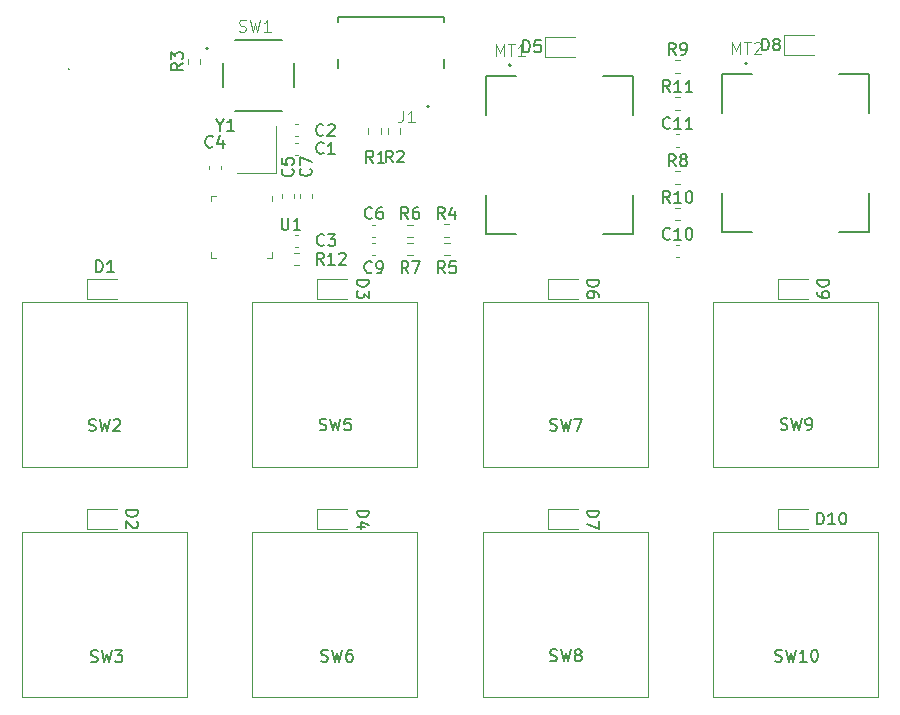
<source format=gbr>
%TF.GenerationSoftware,KiCad,Pcbnew,(5.1.9-0-10_14)*%
%TF.CreationDate,2021-03-10T20:57:34-07:00*%
%TF.ProjectId,macropad,6d616372-6f70-4616-942e-6b696361645f,rev?*%
%TF.SameCoordinates,Original*%
%TF.FileFunction,Legend,Top*%
%TF.FilePolarity,Positive*%
%FSLAX46Y46*%
G04 Gerber Fmt 4.6, Leading zero omitted, Abs format (unit mm)*
G04 Created by KiCad (PCBNEW (5.1.9-0-10_14)) date 2021-03-10 20:57:34*
%MOMM*%
%LPD*%
G01*
G04 APERTURE LIST*
%ADD10C,0.010000*%
%ADD11C,0.120000*%
%ADD12C,0.200000*%
%ADD13C,0.127000*%
%ADD14C,0.150000*%
%ADD15C,0.015000*%
G04 APERTURE END LIST*
D10*
%TO.C,G\u002A\u002A\u002A*%
G36*
X126432334Y-59840000D02*
G01*
X126390000Y-59882334D01*
X126347667Y-59840000D01*
X126390000Y-59797667D01*
X126432334Y-59840000D01*
G37*
X126432334Y-59840000D02*
X126390000Y-59882334D01*
X126347667Y-59840000D01*
X126390000Y-59797667D01*
X126432334Y-59840000D01*
D11*
%TO.C,Y1*%
X140675000Y-68685000D02*
X143975000Y-68685000D01*
X143975000Y-68685000D02*
X143975000Y-64685000D01*
%TO.C,SW6*%
X141975000Y-113065000D02*
X141975000Y-99095000D01*
X155945000Y-113065000D02*
X141975000Y-113065000D01*
X155945000Y-99095000D02*
X155945000Y-113065000D01*
X141975000Y-99095000D02*
X155945000Y-99095000D01*
%TO.C,U1*%
X143647500Y-71090000D02*
X143647500Y-70615000D01*
X138427500Y-75835000D02*
X138902500Y-75835000D01*
X138427500Y-75360000D02*
X138427500Y-75835000D01*
X138427500Y-70615000D02*
X138902500Y-70615000D01*
X138427500Y-71090000D02*
X138427500Y-70615000D01*
X143647500Y-75835000D02*
X143172500Y-75835000D01*
X143647500Y-75360000D02*
X143647500Y-75835000D01*
D12*
%TO.C,SW1*%
X138226000Y-58155000D02*
G75*
G03*
X138226000Y-58155000I-100000J0D01*
G01*
D13*
X139495000Y-59405000D02*
X139495000Y-61405000D01*
X140495000Y-63405000D02*
X144495000Y-63405000D01*
X145495000Y-59405000D02*
X145495000Y-61405000D01*
X140495000Y-57405000D02*
X144495000Y-57405000D01*
D11*
%TO.C,R12*%
X145482742Y-76497500D02*
X145957258Y-76497500D01*
X145482742Y-75452500D02*
X145957258Y-75452500D01*
%TO.C,R11*%
X177726804Y-63322500D02*
X178201320Y-63322500D01*
X177726804Y-62277500D02*
X178201320Y-62277500D01*
%TO.C,R10*%
X177726804Y-72697500D02*
X178201320Y-72697500D01*
X177726804Y-71652500D02*
X178201320Y-71652500D01*
%TO.C,R9*%
X178201320Y-59152500D02*
X177726804Y-59152500D01*
X178201320Y-60197500D02*
X177726804Y-60197500D01*
%TO.C,R8*%
X178201320Y-68527500D02*
X177726804Y-68527500D01*
X178201320Y-69572500D02*
X177726804Y-69572500D01*
%TO.C,R7*%
X155097742Y-75657500D02*
X155572258Y-75657500D01*
X155097742Y-74612500D02*
X155572258Y-74612500D01*
%TO.C,R6*%
X155087742Y-74087500D02*
X155562258Y-74087500D01*
X155087742Y-73042500D02*
X155562258Y-73042500D01*
%TO.C,R5*%
X158187742Y-75657500D02*
X158662258Y-75657500D01*
X158187742Y-74612500D02*
X158662258Y-74612500D01*
%TO.C,R4*%
X158167742Y-74077500D02*
X158642258Y-74077500D01*
X158167742Y-73032500D02*
X158642258Y-73032500D01*
%TO.C,R3*%
X137567500Y-59467258D02*
X137567500Y-58992742D01*
X136522500Y-59467258D02*
X136522500Y-58992742D01*
%TO.C,R2*%
X153442500Y-64877742D02*
X153442500Y-65352258D01*
X154487500Y-64877742D02*
X154487500Y-65352258D01*
%TO.C,R1*%
X151782500Y-64882742D02*
X151782500Y-65357258D01*
X152827500Y-64882742D02*
X152827500Y-65357258D01*
D12*
%TO.C,J1*%
X156925000Y-63055000D02*
G75*
G03*
X156925000Y-63055000I-100000J0D01*
G01*
D13*
X158195000Y-59750000D02*
X158195000Y-58985000D01*
X158195000Y-55505000D02*
X158195000Y-55925000D01*
X149255000Y-55505000D02*
X158195000Y-55505000D01*
X149255000Y-55925000D02*
X149255000Y-55505000D01*
X149255000Y-59750000D02*
X149255000Y-58985000D01*
D11*
%TO.C,D10*%
X186460000Y-97135000D02*
X189010000Y-97135000D01*
X186460000Y-98835000D02*
X189010000Y-98835000D01*
X186460000Y-97135000D02*
X186460000Y-98835000D01*
%TO.C,D9*%
X186460000Y-77615000D02*
X189010000Y-77615000D01*
X186460000Y-79315000D02*
X189010000Y-79315000D01*
X186460000Y-77615000D02*
X186460000Y-79315000D01*
%TO.C,D8*%
X187000000Y-57000000D02*
X189550000Y-57000000D01*
X187000000Y-58700000D02*
X189550000Y-58700000D01*
X187000000Y-57000000D02*
X187000000Y-58700000D01*
%TO.C,D7*%
X166960000Y-97145000D02*
X169510000Y-97145000D01*
X166960000Y-98845000D02*
X169510000Y-98845000D01*
X166960000Y-97145000D02*
X166960000Y-98845000D01*
%TO.C,D6*%
X166960000Y-77615000D02*
X169510000Y-77615000D01*
X166960000Y-79315000D02*
X169510000Y-79315000D01*
X166960000Y-77615000D02*
X166960000Y-79315000D01*
%TO.C,D5*%
X166750000Y-57150000D02*
X169300000Y-57150000D01*
X166750000Y-58850000D02*
X169300000Y-58850000D01*
X166750000Y-57150000D02*
X166750000Y-58850000D01*
%TO.C,D4*%
X147460000Y-97145000D02*
X150010000Y-97145000D01*
X147460000Y-98845000D02*
X150010000Y-98845000D01*
X147460000Y-97145000D02*
X147460000Y-98845000D01*
%TO.C,D3*%
X147460000Y-77615000D02*
X150010000Y-77615000D01*
X147460000Y-79315000D02*
X150010000Y-79315000D01*
X147460000Y-77615000D02*
X147460000Y-79315000D01*
%TO.C,D2*%
X127960000Y-97145000D02*
X130510000Y-97145000D01*
X127960000Y-98845000D02*
X130510000Y-98845000D01*
X127960000Y-97145000D02*
X127960000Y-98845000D01*
%TO.C,D1*%
X127960000Y-77615000D02*
X130510000Y-77615000D01*
X127960000Y-79315000D02*
X130510000Y-79315000D01*
X127960000Y-77615000D02*
X127960000Y-79315000D01*
%TO.C,C11*%
X178104642Y-65415000D02*
X177823482Y-65415000D01*
X178104642Y-66435000D02*
X177823482Y-66435000D01*
%TO.C,C10*%
X177823482Y-75810000D02*
X178104642Y-75810000D01*
X177823482Y-74790000D02*
X178104642Y-74790000D01*
%TO.C,C9*%
X152385580Y-74625000D02*
X152104420Y-74625000D01*
X152385580Y-75645000D02*
X152104420Y-75645000D01*
%TO.C,C7*%
X147035000Y-70765580D02*
X147035000Y-70484420D01*
X146015000Y-70765580D02*
X146015000Y-70484420D01*
%TO.C,C6*%
X152385580Y-73045000D02*
X152104420Y-73045000D01*
X152385580Y-74065000D02*
X152104420Y-74065000D01*
%TO.C,C5*%
X145485000Y-70765580D02*
X145485000Y-70484420D01*
X144465000Y-70765580D02*
X144465000Y-70484420D01*
%TO.C,C4*%
X139285000Y-68365580D02*
X139285000Y-68084420D01*
X138265000Y-68365580D02*
X138265000Y-68084420D01*
%TO.C,C3*%
X145569420Y-74915000D02*
X145850580Y-74915000D01*
X145569420Y-73895000D02*
X145850580Y-73895000D01*
%TO.C,C2*%
X145534420Y-65585000D02*
X145815580Y-65585000D01*
X145534420Y-64565000D02*
X145815580Y-64565000D01*
%TO.C,C1*%
X145539420Y-67135000D02*
X145820580Y-67135000D01*
X145539420Y-66115000D02*
X145820580Y-66115000D01*
%TO.C,SW10*%
X180975000Y-113065000D02*
X180975000Y-99095000D01*
X194945000Y-113065000D02*
X180975000Y-113065000D01*
X194945000Y-99095000D02*
X194945000Y-113065000D01*
X180975000Y-99095000D02*
X194945000Y-99095000D01*
%TO.C,SW9*%
X180975000Y-93565000D02*
X180975000Y-79595000D01*
X194945000Y-93565000D02*
X180975000Y-93565000D01*
X194945000Y-79595000D02*
X194945000Y-93565000D01*
X180975000Y-79595000D02*
X194945000Y-79595000D01*
%TO.C,SW8*%
X161475000Y-113065000D02*
X161475000Y-99095000D01*
X175445000Y-113065000D02*
X161475000Y-113065000D01*
X175445000Y-99095000D02*
X175445000Y-113065000D01*
X161475000Y-99095000D02*
X175445000Y-99095000D01*
%TO.C,SW7*%
X161475000Y-93565000D02*
X161475000Y-79595000D01*
X175445000Y-93565000D02*
X161475000Y-93565000D01*
X175445000Y-79595000D02*
X175445000Y-93565000D01*
X161475000Y-79595000D02*
X175445000Y-79595000D01*
%TO.C,SW5*%
X141975000Y-93565000D02*
X141975000Y-79595000D01*
X155945000Y-93565000D02*
X141975000Y-93565000D01*
X155945000Y-79595000D02*
X155945000Y-93565000D01*
X141975000Y-79595000D02*
X155945000Y-79595000D01*
%TO.C,SW3*%
X122475000Y-113065000D02*
X122475000Y-99095000D01*
X136445000Y-113065000D02*
X122475000Y-113065000D01*
X136445000Y-99095000D02*
X136445000Y-113065000D01*
X122475000Y-99095000D02*
X136445000Y-99095000D01*
%TO.C,SW2*%
X122475000Y-93565000D02*
X122475000Y-79595000D01*
X136445000Y-93565000D02*
X122475000Y-93565000D01*
X136445000Y-79595000D02*
X136445000Y-93565000D01*
X122475000Y-79595000D02*
X136445000Y-79595000D01*
D12*
%TO.C,MT2*%
X183860000Y-59400000D02*
G75*
G03*
X183860000Y-59400000I-100000J0D01*
G01*
D13*
X194210000Y-73700000D02*
X194210000Y-70400000D01*
X191660000Y-73700000D02*
X194210000Y-73700000D01*
X181710000Y-73700000D02*
X184260000Y-73700000D01*
X181710000Y-70400000D02*
X181710000Y-73700000D01*
X194210000Y-60300000D02*
X194210000Y-63600000D01*
X191660000Y-60300000D02*
X194210000Y-60300000D01*
X181710000Y-60300000D02*
X184260000Y-60300000D01*
X181710000Y-63600000D02*
X181710000Y-60300000D01*
D12*
%TO.C,MT1*%
X163860000Y-59550000D02*
G75*
G03*
X163860000Y-59550000I-100000J0D01*
G01*
D13*
X174210000Y-73850000D02*
X174210000Y-70550000D01*
X171660000Y-73850000D02*
X174210000Y-73850000D01*
X161710000Y-73850000D02*
X164260000Y-73850000D01*
X161710000Y-70550000D02*
X161710000Y-73850000D01*
X174210000Y-60450000D02*
X174210000Y-63750000D01*
X171660000Y-60450000D02*
X174210000Y-60450000D01*
X161710000Y-60450000D02*
X164260000Y-60450000D01*
X161710000Y-63750000D02*
X161710000Y-60450000D01*
%TO.C,Y1*%
D14*
X139238809Y-64611190D02*
X139238809Y-65087380D01*
X138905476Y-64087380D02*
X139238809Y-64611190D01*
X139572142Y-64087380D01*
X140429285Y-65087380D02*
X139857857Y-65087380D01*
X140143571Y-65087380D02*
X140143571Y-64087380D01*
X140048333Y-64230238D01*
X139953095Y-64325476D01*
X139857857Y-64373095D01*
%TO.C,SW6*%
X147801666Y-109999761D02*
X147944523Y-110047380D01*
X148182619Y-110047380D01*
X148277857Y-109999761D01*
X148325476Y-109952142D01*
X148373095Y-109856904D01*
X148373095Y-109761666D01*
X148325476Y-109666428D01*
X148277857Y-109618809D01*
X148182619Y-109571190D01*
X147992142Y-109523571D01*
X147896904Y-109475952D01*
X147849285Y-109428333D01*
X147801666Y-109333095D01*
X147801666Y-109237857D01*
X147849285Y-109142619D01*
X147896904Y-109095000D01*
X147992142Y-109047380D01*
X148230238Y-109047380D01*
X148373095Y-109095000D01*
X148706428Y-109047380D02*
X148944523Y-110047380D01*
X149135000Y-109333095D01*
X149325476Y-110047380D01*
X149563571Y-109047380D01*
X150373095Y-109047380D02*
X150182619Y-109047380D01*
X150087380Y-109095000D01*
X150039761Y-109142619D01*
X149944523Y-109285476D01*
X149896904Y-109475952D01*
X149896904Y-109856904D01*
X149944523Y-109952142D01*
X149992142Y-109999761D01*
X150087380Y-110047380D01*
X150277857Y-110047380D01*
X150373095Y-109999761D01*
X150420714Y-109952142D01*
X150468333Y-109856904D01*
X150468333Y-109618809D01*
X150420714Y-109523571D01*
X150373095Y-109475952D01*
X150277857Y-109428333D01*
X150087380Y-109428333D01*
X149992142Y-109475952D01*
X149944523Y-109523571D01*
X149896904Y-109618809D01*
%TO.C,U1*%
X144453095Y-72477380D02*
X144453095Y-73286904D01*
X144500714Y-73382142D01*
X144548333Y-73429761D01*
X144643571Y-73477380D01*
X144834047Y-73477380D01*
X144929285Y-73429761D01*
X144976904Y-73382142D01*
X145024523Y-73286904D01*
X145024523Y-72477380D01*
X146024523Y-73477380D02*
X145453095Y-73477380D01*
X145738809Y-73477380D02*
X145738809Y-72477380D01*
X145643571Y-72620238D01*
X145548333Y-72715476D01*
X145453095Y-72763095D01*
%TO.C,SW1*%
D15*
X140834608Y-56670125D02*
X140977642Y-56717803D01*
X141216034Y-56717803D01*
X141311390Y-56670125D01*
X141359069Y-56622447D01*
X141406747Y-56527090D01*
X141406747Y-56431734D01*
X141359069Y-56336377D01*
X141311390Y-56288699D01*
X141216034Y-56241020D01*
X141025321Y-56193342D01*
X140929964Y-56145664D01*
X140882286Y-56097986D01*
X140834608Y-56002629D01*
X140834608Y-55907272D01*
X140882286Y-55811916D01*
X140929964Y-55764238D01*
X141025321Y-55716559D01*
X141263712Y-55716559D01*
X141406747Y-55764238D01*
X141740495Y-55716559D02*
X141978886Y-56717803D01*
X142169600Y-56002629D01*
X142360313Y-56717803D01*
X142598704Y-55716559D01*
X143504592Y-56717803D02*
X142932452Y-56717803D01*
X143218522Y-56717803D02*
X143218522Y-55716559D01*
X143123165Y-55859594D01*
X143027809Y-55954951D01*
X142932452Y-56002629D01*
%TO.C,R12*%
D14*
X147992142Y-76427380D02*
X147658809Y-75951190D01*
X147420714Y-76427380D02*
X147420714Y-75427380D01*
X147801666Y-75427380D01*
X147896904Y-75475000D01*
X147944523Y-75522619D01*
X147992142Y-75617857D01*
X147992142Y-75760714D01*
X147944523Y-75855952D01*
X147896904Y-75903571D01*
X147801666Y-75951190D01*
X147420714Y-75951190D01*
X148944523Y-76427380D02*
X148373095Y-76427380D01*
X148658809Y-76427380D02*
X148658809Y-75427380D01*
X148563571Y-75570238D01*
X148468333Y-75665476D01*
X148373095Y-75713095D01*
X149325476Y-75522619D02*
X149373095Y-75475000D01*
X149468333Y-75427380D01*
X149706428Y-75427380D01*
X149801666Y-75475000D01*
X149849285Y-75522619D01*
X149896904Y-75617857D01*
X149896904Y-75713095D01*
X149849285Y-75855952D01*
X149277857Y-76427380D01*
X149896904Y-76427380D01*
%TO.C,R11*%
X177321204Y-61822380D02*
X176987871Y-61346190D01*
X176749776Y-61822380D02*
X176749776Y-60822380D01*
X177130728Y-60822380D01*
X177225966Y-60870000D01*
X177273585Y-60917619D01*
X177321204Y-61012857D01*
X177321204Y-61155714D01*
X177273585Y-61250952D01*
X177225966Y-61298571D01*
X177130728Y-61346190D01*
X176749776Y-61346190D01*
X178273585Y-61822380D02*
X177702157Y-61822380D01*
X177987871Y-61822380D02*
X177987871Y-60822380D01*
X177892633Y-60965238D01*
X177797395Y-61060476D01*
X177702157Y-61108095D01*
X179225966Y-61822380D02*
X178654538Y-61822380D01*
X178940252Y-61822380D02*
X178940252Y-60822380D01*
X178845014Y-60965238D01*
X178749776Y-61060476D01*
X178654538Y-61108095D01*
%TO.C,R10*%
X177321204Y-71197380D02*
X176987871Y-70721190D01*
X176749776Y-71197380D02*
X176749776Y-70197380D01*
X177130728Y-70197380D01*
X177225966Y-70245000D01*
X177273585Y-70292619D01*
X177321204Y-70387857D01*
X177321204Y-70530714D01*
X177273585Y-70625952D01*
X177225966Y-70673571D01*
X177130728Y-70721190D01*
X176749776Y-70721190D01*
X178273585Y-71197380D02*
X177702157Y-71197380D01*
X177987871Y-71197380D02*
X177987871Y-70197380D01*
X177892633Y-70340238D01*
X177797395Y-70435476D01*
X177702157Y-70483095D01*
X178892633Y-70197380D02*
X178987871Y-70197380D01*
X179083109Y-70245000D01*
X179130728Y-70292619D01*
X179178347Y-70387857D01*
X179225966Y-70578333D01*
X179225966Y-70816428D01*
X179178347Y-71006904D01*
X179130728Y-71102142D01*
X179083109Y-71149761D01*
X178987871Y-71197380D01*
X178892633Y-71197380D01*
X178797395Y-71149761D01*
X178749776Y-71102142D01*
X178702157Y-71006904D01*
X178654538Y-70816428D01*
X178654538Y-70578333D01*
X178702157Y-70387857D01*
X178749776Y-70292619D01*
X178797395Y-70245000D01*
X178892633Y-70197380D01*
%TO.C,R9*%
X177797395Y-58677380D02*
X177464062Y-58201190D01*
X177225966Y-58677380D02*
X177225966Y-57677380D01*
X177606919Y-57677380D01*
X177702157Y-57725000D01*
X177749776Y-57772619D01*
X177797395Y-57867857D01*
X177797395Y-58010714D01*
X177749776Y-58105952D01*
X177702157Y-58153571D01*
X177606919Y-58201190D01*
X177225966Y-58201190D01*
X178273585Y-58677380D02*
X178464062Y-58677380D01*
X178559300Y-58629761D01*
X178606919Y-58582142D01*
X178702157Y-58439285D01*
X178749776Y-58248809D01*
X178749776Y-57867857D01*
X178702157Y-57772619D01*
X178654538Y-57725000D01*
X178559300Y-57677380D01*
X178368823Y-57677380D01*
X178273585Y-57725000D01*
X178225966Y-57772619D01*
X178178347Y-57867857D01*
X178178347Y-58105952D01*
X178225966Y-58201190D01*
X178273585Y-58248809D01*
X178368823Y-58296428D01*
X178559300Y-58296428D01*
X178654538Y-58248809D01*
X178702157Y-58201190D01*
X178749776Y-58105952D01*
%TO.C,R8*%
X177797395Y-68102380D02*
X177464062Y-67626190D01*
X177225966Y-68102380D02*
X177225966Y-67102380D01*
X177606919Y-67102380D01*
X177702157Y-67150000D01*
X177749776Y-67197619D01*
X177797395Y-67292857D01*
X177797395Y-67435714D01*
X177749776Y-67530952D01*
X177702157Y-67578571D01*
X177606919Y-67626190D01*
X177225966Y-67626190D01*
X178368823Y-67530952D02*
X178273585Y-67483333D01*
X178225966Y-67435714D01*
X178178347Y-67340476D01*
X178178347Y-67292857D01*
X178225966Y-67197619D01*
X178273585Y-67150000D01*
X178368823Y-67102380D01*
X178559300Y-67102380D01*
X178654538Y-67150000D01*
X178702157Y-67197619D01*
X178749776Y-67292857D01*
X178749776Y-67340476D01*
X178702157Y-67435714D01*
X178654538Y-67483333D01*
X178559300Y-67530952D01*
X178368823Y-67530952D01*
X178273585Y-67578571D01*
X178225966Y-67626190D01*
X178178347Y-67721428D01*
X178178347Y-67911904D01*
X178225966Y-68007142D01*
X178273585Y-68054761D01*
X178368823Y-68102380D01*
X178559300Y-68102380D01*
X178654538Y-68054761D01*
X178702157Y-68007142D01*
X178749776Y-67911904D01*
X178749776Y-67721428D01*
X178702157Y-67626190D01*
X178654538Y-67578571D01*
X178559300Y-67530952D01*
%TO.C,R7*%
X155183333Y-77157380D02*
X154850000Y-76681190D01*
X154611904Y-77157380D02*
X154611904Y-76157380D01*
X154992857Y-76157380D01*
X155088095Y-76205000D01*
X155135714Y-76252619D01*
X155183333Y-76347857D01*
X155183333Y-76490714D01*
X155135714Y-76585952D01*
X155088095Y-76633571D01*
X154992857Y-76681190D01*
X154611904Y-76681190D01*
X155516666Y-76157380D02*
X156183333Y-76157380D01*
X155754761Y-77157380D01*
%TO.C,R6*%
X155158333Y-72577380D02*
X154825000Y-72101190D01*
X154586904Y-72577380D02*
X154586904Y-71577380D01*
X154967857Y-71577380D01*
X155063095Y-71625000D01*
X155110714Y-71672619D01*
X155158333Y-71767857D01*
X155158333Y-71910714D01*
X155110714Y-72005952D01*
X155063095Y-72053571D01*
X154967857Y-72101190D01*
X154586904Y-72101190D01*
X156015476Y-71577380D02*
X155825000Y-71577380D01*
X155729761Y-71625000D01*
X155682142Y-71672619D01*
X155586904Y-71815476D01*
X155539285Y-72005952D01*
X155539285Y-72386904D01*
X155586904Y-72482142D01*
X155634523Y-72529761D01*
X155729761Y-72577380D01*
X155920238Y-72577380D01*
X156015476Y-72529761D01*
X156063095Y-72482142D01*
X156110714Y-72386904D01*
X156110714Y-72148809D01*
X156063095Y-72053571D01*
X156015476Y-72005952D01*
X155920238Y-71958333D01*
X155729761Y-71958333D01*
X155634523Y-72005952D01*
X155586904Y-72053571D01*
X155539285Y-72148809D01*
%TO.C,R5*%
X158268333Y-77157380D02*
X157935000Y-76681190D01*
X157696904Y-77157380D02*
X157696904Y-76157380D01*
X158077857Y-76157380D01*
X158173095Y-76205000D01*
X158220714Y-76252619D01*
X158268333Y-76347857D01*
X158268333Y-76490714D01*
X158220714Y-76585952D01*
X158173095Y-76633571D01*
X158077857Y-76681190D01*
X157696904Y-76681190D01*
X159173095Y-76157380D02*
X158696904Y-76157380D01*
X158649285Y-76633571D01*
X158696904Y-76585952D01*
X158792142Y-76538333D01*
X159030238Y-76538333D01*
X159125476Y-76585952D01*
X159173095Y-76633571D01*
X159220714Y-76728809D01*
X159220714Y-76966904D01*
X159173095Y-77062142D01*
X159125476Y-77109761D01*
X159030238Y-77157380D01*
X158792142Y-77157380D01*
X158696904Y-77109761D01*
X158649285Y-77062142D01*
%TO.C,R4*%
X158238333Y-72577380D02*
X157905000Y-72101190D01*
X157666904Y-72577380D02*
X157666904Y-71577380D01*
X158047857Y-71577380D01*
X158143095Y-71625000D01*
X158190714Y-71672619D01*
X158238333Y-71767857D01*
X158238333Y-71910714D01*
X158190714Y-72005952D01*
X158143095Y-72053571D01*
X158047857Y-72101190D01*
X157666904Y-72101190D01*
X159095476Y-71910714D02*
X159095476Y-72577380D01*
X158857380Y-71529761D02*
X158619285Y-72244047D01*
X159238333Y-72244047D01*
%TO.C,R3*%
X136067380Y-59396666D02*
X135591190Y-59730000D01*
X136067380Y-59968095D02*
X135067380Y-59968095D01*
X135067380Y-59587142D01*
X135115000Y-59491904D01*
X135162619Y-59444285D01*
X135257857Y-59396666D01*
X135400714Y-59396666D01*
X135495952Y-59444285D01*
X135543571Y-59491904D01*
X135591190Y-59587142D01*
X135591190Y-59968095D01*
X135067380Y-59063333D02*
X135067380Y-58444285D01*
X135448333Y-58777619D01*
X135448333Y-58634761D01*
X135495952Y-58539523D01*
X135543571Y-58491904D01*
X135638809Y-58444285D01*
X135876904Y-58444285D01*
X135972142Y-58491904D01*
X136019761Y-58539523D01*
X136067380Y-58634761D01*
X136067380Y-58920476D01*
X136019761Y-59015714D01*
X135972142Y-59063333D01*
%TO.C,R2*%
X153853333Y-67777380D02*
X153520000Y-67301190D01*
X153281904Y-67777380D02*
X153281904Y-66777380D01*
X153662857Y-66777380D01*
X153758095Y-66825000D01*
X153805714Y-66872619D01*
X153853333Y-66967857D01*
X153853333Y-67110714D01*
X153805714Y-67205952D01*
X153758095Y-67253571D01*
X153662857Y-67301190D01*
X153281904Y-67301190D01*
X154234285Y-66872619D02*
X154281904Y-66825000D01*
X154377142Y-66777380D01*
X154615238Y-66777380D01*
X154710476Y-66825000D01*
X154758095Y-66872619D01*
X154805714Y-66967857D01*
X154805714Y-67063095D01*
X154758095Y-67205952D01*
X154186666Y-67777380D01*
X154805714Y-67777380D01*
%TO.C,R1*%
X152188333Y-67807380D02*
X151855000Y-67331190D01*
X151616904Y-67807380D02*
X151616904Y-66807380D01*
X151997857Y-66807380D01*
X152093095Y-66855000D01*
X152140714Y-66902619D01*
X152188333Y-66997857D01*
X152188333Y-67140714D01*
X152140714Y-67235952D01*
X152093095Y-67283571D01*
X151997857Y-67331190D01*
X151616904Y-67331190D01*
X153140714Y-67807380D02*
X152569285Y-67807380D01*
X152855000Y-67807380D02*
X152855000Y-66807380D01*
X152759761Y-66950238D01*
X152664523Y-67045476D01*
X152569285Y-67093095D01*
%TO.C,J1*%
D15*
X154716666Y-63392380D02*
X154716666Y-64106666D01*
X154669047Y-64249523D01*
X154573809Y-64344761D01*
X154430952Y-64392380D01*
X154335714Y-64392380D01*
X155716666Y-64392380D02*
X155145238Y-64392380D01*
X155430952Y-64392380D02*
X155430952Y-63392380D01*
X155335714Y-63535238D01*
X155240476Y-63630476D01*
X155145238Y-63678095D01*
%TO.C,D10*%
D14*
X189770714Y-98437380D02*
X189770714Y-97437380D01*
X190008809Y-97437380D01*
X190151666Y-97485000D01*
X190246904Y-97580238D01*
X190294523Y-97675476D01*
X190342142Y-97865952D01*
X190342142Y-98008809D01*
X190294523Y-98199285D01*
X190246904Y-98294523D01*
X190151666Y-98389761D01*
X190008809Y-98437380D01*
X189770714Y-98437380D01*
X191294523Y-98437380D02*
X190723095Y-98437380D01*
X191008809Y-98437380D02*
X191008809Y-97437380D01*
X190913571Y-97580238D01*
X190818333Y-97675476D01*
X190723095Y-97723095D01*
X191913571Y-97437380D02*
X192008809Y-97437380D01*
X192104047Y-97485000D01*
X192151666Y-97532619D01*
X192199285Y-97627857D01*
X192246904Y-97818333D01*
X192246904Y-98056428D01*
X192199285Y-98246904D01*
X192151666Y-98342142D01*
X192104047Y-98389761D01*
X192008809Y-98437380D01*
X191913571Y-98437380D01*
X191818333Y-98389761D01*
X191770714Y-98342142D01*
X191723095Y-98246904D01*
X191675476Y-98056428D01*
X191675476Y-97818333D01*
X191723095Y-97627857D01*
X191770714Y-97532619D01*
X191818333Y-97485000D01*
X191913571Y-97437380D01*
%TO.C,D9*%
X189807619Y-77726904D02*
X190807619Y-77726904D01*
X190807619Y-77965000D01*
X190760000Y-78107857D01*
X190664761Y-78203095D01*
X190569523Y-78250714D01*
X190379047Y-78298333D01*
X190236190Y-78298333D01*
X190045714Y-78250714D01*
X189950476Y-78203095D01*
X189855238Y-78107857D01*
X189807619Y-77965000D01*
X189807619Y-77726904D01*
X189807619Y-78774523D02*
X189807619Y-78965000D01*
X189855238Y-79060238D01*
X189902857Y-79107857D01*
X190045714Y-79203095D01*
X190236190Y-79250714D01*
X190617142Y-79250714D01*
X190712380Y-79203095D01*
X190760000Y-79155476D01*
X190807619Y-79060238D01*
X190807619Y-78869761D01*
X190760000Y-78774523D01*
X190712380Y-78726904D01*
X190617142Y-78679285D01*
X190379047Y-78679285D01*
X190283809Y-78726904D01*
X190236190Y-78774523D01*
X190188571Y-78869761D01*
X190188571Y-79060238D01*
X190236190Y-79155476D01*
X190283809Y-79203095D01*
X190379047Y-79250714D01*
%TO.C,D8*%
X185111904Y-58302380D02*
X185111904Y-57302380D01*
X185350000Y-57302380D01*
X185492857Y-57350000D01*
X185588095Y-57445238D01*
X185635714Y-57540476D01*
X185683333Y-57730952D01*
X185683333Y-57873809D01*
X185635714Y-58064285D01*
X185588095Y-58159523D01*
X185492857Y-58254761D01*
X185350000Y-58302380D01*
X185111904Y-58302380D01*
X186254761Y-57730952D02*
X186159523Y-57683333D01*
X186111904Y-57635714D01*
X186064285Y-57540476D01*
X186064285Y-57492857D01*
X186111904Y-57397619D01*
X186159523Y-57350000D01*
X186254761Y-57302380D01*
X186445238Y-57302380D01*
X186540476Y-57350000D01*
X186588095Y-57397619D01*
X186635714Y-57492857D01*
X186635714Y-57540476D01*
X186588095Y-57635714D01*
X186540476Y-57683333D01*
X186445238Y-57730952D01*
X186254761Y-57730952D01*
X186159523Y-57778571D01*
X186111904Y-57826190D01*
X186064285Y-57921428D01*
X186064285Y-58111904D01*
X186111904Y-58207142D01*
X186159523Y-58254761D01*
X186254761Y-58302380D01*
X186445238Y-58302380D01*
X186540476Y-58254761D01*
X186588095Y-58207142D01*
X186635714Y-58111904D01*
X186635714Y-57921428D01*
X186588095Y-57826190D01*
X186540476Y-57778571D01*
X186445238Y-57730952D01*
%TO.C,D7*%
X170307619Y-97256904D02*
X171307619Y-97256904D01*
X171307619Y-97495000D01*
X171260000Y-97637857D01*
X171164761Y-97733095D01*
X171069523Y-97780714D01*
X170879047Y-97828333D01*
X170736190Y-97828333D01*
X170545714Y-97780714D01*
X170450476Y-97733095D01*
X170355238Y-97637857D01*
X170307619Y-97495000D01*
X170307619Y-97256904D01*
X171307619Y-98161666D02*
X171307619Y-98828333D01*
X170307619Y-98399761D01*
%TO.C,D6*%
X170307619Y-77751904D02*
X171307619Y-77751904D01*
X171307619Y-77990000D01*
X171260000Y-78132857D01*
X171164761Y-78228095D01*
X171069523Y-78275714D01*
X170879047Y-78323333D01*
X170736190Y-78323333D01*
X170545714Y-78275714D01*
X170450476Y-78228095D01*
X170355238Y-78132857D01*
X170307619Y-77990000D01*
X170307619Y-77751904D01*
X171307619Y-79180476D02*
X171307619Y-78990000D01*
X171260000Y-78894761D01*
X171212380Y-78847142D01*
X171069523Y-78751904D01*
X170879047Y-78704285D01*
X170498095Y-78704285D01*
X170402857Y-78751904D01*
X170355238Y-78799523D01*
X170307619Y-78894761D01*
X170307619Y-79085238D01*
X170355238Y-79180476D01*
X170402857Y-79228095D01*
X170498095Y-79275714D01*
X170736190Y-79275714D01*
X170831428Y-79228095D01*
X170879047Y-79180476D01*
X170926666Y-79085238D01*
X170926666Y-78894761D01*
X170879047Y-78799523D01*
X170831428Y-78751904D01*
X170736190Y-78704285D01*
%TO.C,D5*%
X164886904Y-58452380D02*
X164886904Y-57452380D01*
X165125000Y-57452380D01*
X165267857Y-57500000D01*
X165363095Y-57595238D01*
X165410714Y-57690476D01*
X165458333Y-57880952D01*
X165458333Y-58023809D01*
X165410714Y-58214285D01*
X165363095Y-58309523D01*
X165267857Y-58404761D01*
X165125000Y-58452380D01*
X164886904Y-58452380D01*
X166363095Y-57452380D02*
X165886904Y-57452380D01*
X165839285Y-57928571D01*
X165886904Y-57880952D01*
X165982142Y-57833333D01*
X166220238Y-57833333D01*
X166315476Y-57880952D01*
X166363095Y-57928571D01*
X166410714Y-58023809D01*
X166410714Y-58261904D01*
X166363095Y-58357142D01*
X166315476Y-58404761D01*
X166220238Y-58452380D01*
X165982142Y-58452380D01*
X165886904Y-58404761D01*
X165839285Y-58357142D01*
%TO.C,D4*%
X150832619Y-97256904D02*
X151832619Y-97256904D01*
X151832619Y-97495000D01*
X151785000Y-97637857D01*
X151689761Y-97733095D01*
X151594523Y-97780714D01*
X151404047Y-97828333D01*
X151261190Y-97828333D01*
X151070714Y-97780714D01*
X150975476Y-97733095D01*
X150880238Y-97637857D01*
X150832619Y-97495000D01*
X150832619Y-97256904D01*
X151499285Y-98685476D02*
X150832619Y-98685476D01*
X151880238Y-98447380D02*
X151165952Y-98209285D01*
X151165952Y-98828333D01*
%TO.C,D3*%
X150807619Y-77726904D02*
X151807619Y-77726904D01*
X151807619Y-77965000D01*
X151760000Y-78107857D01*
X151664761Y-78203095D01*
X151569523Y-78250714D01*
X151379047Y-78298333D01*
X151236190Y-78298333D01*
X151045714Y-78250714D01*
X150950476Y-78203095D01*
X150855238Y-78107857D01*
X150807619Y-77965000D01*
X150807619Y-77726904D01*
X151807619Y-78631666D02*
X151807619Y-79250714D01*
X151426666Y-78917380D01*
X151426666Y-79060238D01*
X151379047Y-79155476D01*
X151331428Y-79203095D01*
X151236190Y-79250714D01*
X150998095Y-79250714D01*
X150902857Y-79203095D01*
X150855238Y-79155476D01*
X150807619Y-79060238D01*
X150807619Y-78774523D01*
X150855238Y-78679285D01*
X150902857Y-78631666D01*
%TO.C,D2*%
X131282619Y-97231904D02*
X132282619Y-97231904D01*
X132282619Y-97470000D01*
X132235000Y-97612857D01*
X132139761Y-97708095D01*
X132044523Y-97755714D01*
X131854047Y-97803333D01*
X131711190Y-97803333D01*
X131520714Y-97755714D01*
X131425476Y-97708095D01*
X131330238Y-97612857D01*
X131282619Y-97470000D01*
X131282619Y-97231904D01*
X132187380Y-98184285D02*
X132235000Y-98231904D01*
X132282619Y-98327142D01*
X132282619Y-98565238D01*
X132235000Y-98660476D01*
X132187380Y-98708095D01*
X132092142Y-98755714D01*
X131996904Y-98755714D01*
X131854047Y-98708095D01*
X131282619Y-98136666D01*
X131282619Y-98755714D01*
%TO.C,D1*%
X128721904Y-77067380D02*
X128721904Y-76067380D01*
X128960000Y-76067380D01*
X129102857Y-76115000D01*
X129198095Y-76210238D01*
X129245714Y-76305476D01*
X129293333Y-76495952D01*
X129293333Y-76638809D01*
X129245714Y-76829285D01*
X129198095Y-76924523D01*
X129102857Y-77019761D01*
X128960000Y-77067380D01*
X128721904Y-77067380D01*
X130245714Y-77067380D02*
X129674285Y-77067380D01*
X129960000Y-77067380D02*
X129960000Y-76067380D01*
X129864761Y-76210238D01*
X129769523Y-76305476D01*
X129674285Y-76353095D01*
%TO.C,C11*%
X177321204Y-64857142D02*
X177273585Y-64904761D01*
X177130728Y-64952380D01*
X177035490Y-64952380D01*
X176892633Y-64904761D01*
X176797395Y-64809523D01*
X176749776Y-64714285D01*
X176702157Y-64523809D01*
X176702157Y-64380952D01*
X176749776Y-64190476D01*
X176797395Y-64095238D01*
X176892633Y-64000000D01*
X177035490Y-63952380D01*
X177130728Y-63952380D01*
X177273585Y-64000000D01*
X177321204Y-64047619D01*
X178273585Y-64952380D02*
X177702157Y-64952380D01*
X177987871Y-64952380D02*
X177987871Y-63952380D01*
X177892633Y-64095238D01*
X177797395Y-64190476D01*
X177702157Y-64238095D01*
X179225966Y-64952380D02*
X178654538Y-64952380D01*
X178940252Y-64952380D02*
X178940252Y-63952380D01*
X178845014Y-64095238D01*
X178749776Y-64190476D01*
X178654538Y-64238095D01*
%TO.C,C10*%
X177321204Y-74227142D02*
X177273585Y-74274761D01*
X177130728Y-74322380D01*
X177035490Y-74322380D01*
X176892633Y-74274761D01*
X176797395Y-74179523D01*
X176749776Y-74084285D01*
X176702157Y-73893809D01*
X176702157Y-73750952D01*
X176749776Y-73560476D01*
X176797395Y-73465238D01*
X176892633Y-73370000D01*
X177035490Y-73322380D01*
X177130728Y-73322380D01*
X177273585Y-73370000D01*
X177321204Y-73417619D01*
X178273585Y-74322380D02*
X177702157Y-74322380D01*
X177987871Y-74322380D02*
X177987871Y-73322380D01*
X177892633Y-73465238D01*
X177797395Y-73560476D01*
X177702157Y-73608095D01*
X178892633Y-73322380D02*
X178987871Y-73322380D01*
X179083109Y-73370000D01*
X179130728Y-73417619D01*
X179178347Y-73512857D01*
X179225966Y-73703333D01*
X179225966Y-73941428D01*
X179178347Y-74131904D01*
X179130728Y-74227142D01*
X179083109Y-74274761D01*
X178987871Y-74322380D01*
X178892633Y-74322380D01*
X178797395Y-74274761D01*
X178749776Y-74227142D01*
X178702157Y-74131904D01*
X178654538Y-73941428D01*
X178654538Y-73703333D01*
X178702157Y-73512857D01*
X178749776Y-73417619D01*
X178797395Y-73370000D01*
X178892633Y-73322380D01*
%TO.C,C9*%
X152078333Y-77062142D02*
X152030714Y-77109761D01*
X151887857Y-77157380D01*
X151792619Y-77157380D01*
X151649761Y-77109761D01*
X151554523Y-77014523D01*
X151506904Y-76919285D01*
X151459285Y-76728809D01*
X151459285Y-76585952D01*
X151506904Y-76395476D01*
X151554523Y-76300238D01*
X151649761Y-76205000D01*
X151792619Y-76157380D01*
X151887857Y-76157380D01*
X152030714Y-76205000D01*
X152078333Y-76252619D01*
X152554523Y-77157380D02*
X152745000Y-77157380D01*
X152840238Y-77109761D01*
X152887857Y-77062142D01*
X152983095Y-76919285D01*
X153030714Y-76728809D01*
X153030714Y-76347857D01*
X152983095Y-76252619D01*
X152935476Y-76205000D01*
X152840238Y-76157380D01*
X152649761Y-76157380D01*
X152554523Y-76205000D01*
X152506904Y-76252619D01*
X152459285Y-76347857D01*
X152459285Y-76585952D01*
X152506904Y-76681190D01*
X152554523Y-76728809D01*
X152649761Y-76776428D01*
X152840238Y-76776428D01*
X152935476Y-76728809D01*
X152983095Y-76681190D01*
X153030714Y-76585952D01*
%TO.C,C7*%
X146882142Y-68316666D02*
X146929761Y-68364285D01*
X146977380Y-68507142D01*
X146977380Y-68602380D01*
X146929761Y-68745238D01*
X146834523Y-68840476D01*
X146739285Y-68888095D01*
X146548809Y-68935714D01*
X146405952Y-68935714D01*
X146215476Y-68888095D01*
X146120238Y-68840476D01*
X146025000Y-68745238D01*
X145977380Y-68602380D01*
X145977380Y-68507142D01*
X146025000Y-68364285D01*
X146072619Y-68316666D01*
X145977380Y-67983333D02*
X145977380Y-67316666D01*
X146977380Y-67745238D01*
%TO.C,C6*%
X152088333Y-72482142D02*
X152040714Y-72529761D01*
X151897857Y-72577380D01*
X151802619Y-72577380D01*
X151659761Y-72529761D01*
X151564523Y-72434523D01*
X151516904Y-72339285D01*
X151469285Y-72148809D01*
X151469285Y-72005952D01*
X151516904Y-71815476D01*
X151564523Y-71720238D01*
X151659761Y-71625000D01*
X151802619Y-71577380D01*
X151897857Y-71577380D01*
X152040714Y-71625000D01*
X152088333Y-71672619D01*
X152945476Y-71577380D02*
X152755000Y-71577380D01*
X152659761Y-71625000D01*
X152612142Y-71672619D01*
X152516904Y-71815476D01*
X152469285Y-72005952D01*
X152469285Y-72386904D01*
X152516904Y-72482142D01*
X152564523Y-72529761D01*
X152659761Y-72577380D01*
X152850238Y-72577380D01*
X152945476Y-72529761D01*
X152993095Y-72482142D01*
X153040714Y-72386904D01*
X153040714Y-72148809D01*
X152993095Y-72053571D01*
X152945476Y-72005952D01*
X152850238Y-71958333D01*
X152659761Y-71958333D01*
X152564523Y-72005952D01*
X152516904Y-72053571D01*
X152469285Y-72148809D01*
%TO.C,C5*%
X145357142Y-68341666D02*
X145404761Y-68389285D01*
X145452380Y-68532142D01*
X145452380Y-68627380D01*
X145404761Y-68770238D01*
X145309523Y-68865476D01*
X145214285Y-68913095D01*
X145023809Y-68960714D01*
X144880952Y-68960714D01*
X144690476Y-68913095D01*
X144595238Y-68865476D01*
X144500000Y-68770238D01*
X144452380Y-68627380D01*
X144452380Y-68532142D01*
X144500000Y-68389285D01*
X144547619Y-68341666D01*
X144452380Y-67436904D02*
X144452380Y-67913095D01*
X144928571Y-67960714D01*
X144880952Y-67913095D01*
X144833333Y-67817857D01*
X144833333Y-67579761D01*
X144880952Y-67484523D01*
X144928571Y-67436904D01*
X145023809Y-67389285D01*
X145261904Y-67389285D01*
X145357142Y-67436904D01*
X145404761Y-67484523D01*
X145452380Y-67579761D01*
X145452380Y-67817857D01*
X145404761Y-67913095D01*
X145357142Y-67960714D01*
%TO.C,C4*%
X138608333Y-66432142D02*
X138560714Y-66479761D01*
X138417857Y-66527380D01*
X138322619Y-66527380D01*
X138179761Y-66479761D01*
X138084523Y-66384523D01*
X138036904Y-66289285D01*
X137989285Y-66098809D01*
X137989285Y-65955952D01*
X138036904Y-65765476D01*
X138084523Y-65670238D01*
X138179761Y-65575000D01*
X138322619Y-65527380D01*
X138417857Y-65527380D01*
X138560714Y-65575000D01*
X138608333Y-65622619D01*
X139465476Y-65860714D02*
X139465476Y-66527380D01*
X139227380Y-65479761D02*
X138989285Y-66194047D01*
X139608333Y-66194047D01*
%TO.C,C3*%
X148038333Y-74762142D02*
X147990714Y-74809761D01*
X147847857Y-74857380D01*
X147752619Y-74857380D01*
X147609761Y-74809761D01*
X147514523Y-74714523D01*
X147466904Y-74619285D01*
X147419285Y-74428809D01*
X147419285Y-74285952D01*
X147466904Y-74095476D01*
X147514523Y-74000238D01*
X147609761Y-73905000D01*
X147752619Y-73857380D01*
X147847857Y-73857380D01*
X147990714Y-73905000D01*
X148038333Y-73952619D01*
X148371666Y-73857380D02*
X148990714Y-73857380D01*
X148657380Y-74238333D01*
X148800238Y-74238333D01*
X148895476Y-74285952D01*
X148943095Y-74333571D01*
X148990714Y-74428809D01*
X148990714Y-74666904D01*
X148943095Y-74762142D01*
X148895476Y-74809761D01*
X148800238Y-74857380D01*
X148514523Y-74857380D01*
X148419285Y-74809761D01*
X148371666Y-74762142D01*
%TO.C,C2*%
X147988333Y-65452142D02*
X147940714Y-65499761D01*
X147797857Y-65547380D01*
X147702619Y-65547380D01*
X147559761Y-65499761D01*
X147464523Y-65404523D01*
X147416904Y-65309285D01*
X147369285Y-65118809D01*
X147369285Y-64975952D01*
X147416904Y-64785476D01*
X147464523Y-64690238D01*
X147559761Y-64595000D01*
X147702619Y-64547380D01*
X147797857Y-64547380D01*
X147940714Y-64595000D01*
X147988333Y-64642619D01*
X148369285Y-64642619D02*
X148416904Y-64595000D01*
X148512142Y-64547380D01*
X148750238Y-64547380D01*
X148845476Y-64595000D01*
X148893095Y-64642619D01*
X148940714Y-64737857D01*
X148940714Y-64833095D01*
X148893095Y-64975952D01*
X148321666Y-65547380D01*
X148940714Y-65547380D01*
%TO.C,C1*%
X147998333Y-66972142D02*
X147950714Y-67019761D01*
X147807857Y-67067380D01*
X147712619Y-67067380D01*
X147569761Y-67019761D01*
X147474523Y-66924523D01*
X147426904Y-66829285D01*
X147379285Y-66638809D01*
X147379285Y-66495952D01*
X147426904Y-66305476D01*
X147474523Y-66210238D01*
X147569761Y-66115000D01*
X147712619Y-66067380D01*
X147807857Y-66067380D01*
X147950714Y-66115000D01*
X147998333Y-66162619D01*
X148950714Y-67067380D02*
X148379285Y-67067380D01*
X148665000Y-67067380D02*
X148665000Y-66067380D01*
X148569761Y-66210238D01*
X148474523Y-66305476D01*
X148379285Y-66353095D01*
%TO.C,SW10*%
X186225476Y-109999761D02*
X186368333Y-110047380D01*
X186606428Y-110047380D01*
X186701666Y-109999761D01*
X186749285Y-109952142D01*
X186796904Y-109856904D01*
X186796904Y-109761666D01*
X186749285Y-109666428D01*
X186701666Y-109618809D01*
X186606428Y-109571190D01*
X186415952Y-109523571D01*
X186320714Y-109475952D01*
X186273095Y-109428333D01*
X186225476Y-109333095D01*
X186225476Y-109237857D01*
X186273095Y-109142619D01*
X186320714Y-109095000D01*
X186415952Y-109047380D01*
X186654047Y-109047380D01*
X186796904Y-109095000D01*
X187130238Y-109047380D02*
X187368333Y-110047380D01*
X187558809Y-109333095D01*
X187749285Y-110047380D01*
X187987380Y-109047380D01*
X188892142Y-110047380D02*
X188320714Y-110047380D01*
X188606428Y-110047380D02*
X188606428Y-109047380D01*
X188511190Y-109190238D01*
X188415952Y-109285476D01*
X188320714Y-109333095D01*
X189511190Y-109047380D02*
X189606428Y-109047380D01*
X189701666Y-109095000D01*
X189749285Y-109142619D01*
X189796904Y-109237857D01*
X189844523Y-109428333D01*
X189844523Y-109666428D01*
X189796904Y-109856904D01*
X189749285Y-109952142D01*
X189701666Y-109999761D01*
X189606428Y-110047380D01*
X189511190Y-110047380D01*
X189415952Y-109999761D01*
X189368333Y-109952142D01*
X189320714Y-109856904D01*
X189273095Y-109666428D01*
X189273095Y-109428333D01*
X189320714Y-109237857D01*
X189368333Y-109142619D01*
X189415952Y-109095000D01*
X189511190Y-109047380D01*
%TO.C,SW9*%
X186701666Y-90369761D02*
X186844523Y-90417380D01*
X187082619Y-90417380D01*
X187177857Y-90369761D01*
X187225476Y-90322142D01*
X187273095Y-90226904D01*
X187273095Y-90131666D01*
X187225476Y-90036428D01*
X187177857Y-89988809D01*
X187082619Y-89941190D01*
X186892142Y-89893571D01*
X186796904Y-89845952D01*
X186749285Y-89798333D01*
X186701666Y-89703095D01*
X186701666Y-89607857D01*
X186749285Y-89512619D01*
X186796904Y-89465000D01*
X186892142Y-89417380D01*
X187130238Y-89417380D01*
X187273095Y-89465000D01*
X187606428Y-89417380D02*
X187844523Y-90417380D01*
X188035000Y-89703095D01*
X188225476Y-90417380D01*
X188463571Y-89417380D01*
X188892142Y-90417380D02*
X189082619Y-90417380D01*
X189177857Y-90369761D01*
X189225476Y-90322142D01*
X189320714Y-90179285D01*
X189368333Y-89988809D01*
X189368333Y-89607857D01*
X189320714Y-89512619D01*
X189273095Y-89465000D01*
X189177857Y-89417380D01*
X188987380Y-89417380D01*
X188892142Y-89465000D01*
X188844523Y-89512619D01*
X188796904Y-89607857D01*
X188796904Y-89845952D01*
X188844523Y-89941190D01*
X188892142Y-89988809D01*
X188987380Y-90036428D01*
X189177857Y-90036428D01*
X189273095Y-89988809D01*
X189320714Y-89941190D01*
X189368333Y-89845952D01*
%TO.C,SW8*%
X167171666Y-109969761D02*
X167314523Y-110017380D01*
X167552619Y-110017380D01*
X167647857Y-109969761D01*
X167695476Y-109922142D01*
X167743095Y-109826904D01*
X167743095Y-109731666D01*
X167695476Y-109636428D01*
X167647857Y-109588809D01*
X167552619Y-109541190D01*
X167362142Y-109493571D01*
X167266904Y-109445952D01*
X167219285Y-109398333D01*
X167171666Y-109303095D01*
X167171666Y-109207857D01*
X167219285Y-109112619D01*
X167266904Y-109065000D01*
X167362142Y-109017380D01*
X167600238Y-109017380D01*
X167743095Y-109065000D01*
X168076428Y-109017380D02*
X168314523Y-110017380D01*
X168505000Y-109303095D01*
X168695476Y-110017380D01*
X168933571Y-109017380D01*
X169457380Y-109445952D02*
X169362142Y-109398333D01*
X169314523Y-109350714D01*
X169266904Y-109255476D01*
X169266904Y-109207857D01*
X169314523Y-109112619D01*
X169362142Y-109065000D01*
X169457380Y-109017380D01*
X169647857Y-109017380D01*
X169743095Y-109065000D01*
X169790714Y-109112619D01*
X169838333Y-109207857D01*
X169838333Y-109255476D01*
X169790714Y-109350714D01*
X169743095Y-109398333D01*
X169647857Y-109445952D01*
X169457380Y-109445952D01*
X169362142Y-109493571D01*
X169314523Y-109541190D01*
X169266904Y-109636428D01*
X169266904Y-109826904D01*
X169314523Y-109922142D01*
X169362142Y-109969761D01*
X169457380Y-110017380D01*
X169647857Y-110017380D01*
X169743095Y-109969761D01*
X169790714Y-109922142D01*
X169838333Y-109826904D01*
X169838333Y-109636428D01*
X169790714Y-109541190D01*
X169743095Y-109493571D01*
X169647857Y-109445952D01*
%TO.C,SW7*%
X167191666Y-90439761D02*
X167334523Y-90487380D01*
X167572619Y-90487380D01*
X167667857Y-90439761D01*
X167715476Y-90392142D01*
X167763095Y-90296904D01*
X167763095Y-90201666D01*
X167715476Y-90106428D01*
X167667857Y-90058809D01*
X167572619Y-90011190D01*
X167382142Y-89963571D01*
X167286904Y-89915952D01*
X167239285Y-89868333D01*
X167191666Y-89773095D01*
X167191666Y-89677857D01*
X167239285Y-89582619D01*
X167286904Y-89535000D01*
X167382142Y-89487380D01*
X167620238Y-89487380D01*
X167763095Y-89535000D01*
X168096428Y-89487380D02*
X168334523Y-90487380D01*
X168525000Y-89773095D01*
X168715476Y-90487380D01*
X168953571Y-89487380D01*
X169239285Y-89487380D02*
X169905952Y-89487380D01*
X169477380Y-90487380D01*
%TO.C,SW5*%
X147661666Y-90429761D02*
X147804523Y-90477380D01*
X148042619Y-90477380D01*
X148137857Y-90429761D01*
X148185476Y-90382142D01*
X148233095Y-90286904D01*
X148233095Y-90191666D01*
X148185476Y-90096428D01*
X148137857Y-90048809D01*
X148042619Y-90001190D01*
X147852142Y-89953571D01*
X147756904Y-89905952D01*
X147709285Y-89858333D01*
X147661666Y-89763095D01*
X147661666Y-89667857D01*
X147709285Y-89572619D01*
X147756904Y-89525000D01*
X147852142Y-89477380D01*
X148090238Y-89477380D01*
X148233095Y-89525000D01*
X148566428Y-89477380D02*
X148804523Y-90477380D01*
X148995000Y-89763095D01*
X149185476Y-90477380D01*
X149423571Y-89477380D01*
X150280714Y-89477380D02*
X149804523Y-89477380D01*
X149756904Y-89953571D01*
X149804523Y-89905952D01*
X149899761Y-89858333D01*
X150137857Y-89858333D01*
X150233095Y-89905952D01*
X150280714Y-89953571D01*
X150328333Y-90048809D01*
X150328333Y-90286904D01*
X150280714Y-90382142D01*
X150233095Y-90429761D01*
X150137857Y-90477380D01*
X149899761Y-90477380D01*
X149804523Y-90429761D01*
X149756904Y-90382142D01*
%TO.C,SW3*%
X128291666Y-110049761D02*
X128434523Y-110097380D01*
X128672619Y-110097380D01*
X128767857Y-110049761D01*
X128815476Y-110002142D01*
X128863095Y-109906904D01*
X128863095Y-109811666D01*
X128815476Y-109716428D01*
X128767857Y-109668809D01*
X128672619Y-109621190D01*
X128482142Y-109573571D01*
X128386904Y-109525952D01*
X128339285Y-109478333D01*
X128291666Y-109383095D01*
X128291666Y-109287857D01*
X128339285Y-109192619D01*
X128386904Y-109145000D01*
X128482142Y-109097380D01*
X128720238Y-109097380D01*
X128863095Y-109145000D01*
X129196428Y-109097380D02*
X129434523Y-110097380D01*
X129625000Y-109383095D01*
X129815476Y-110097380D01*
X130053571Y-109097380D01*
X130339285Y-109097380D02*
X130958333Y-109097380D01*
X130625000Y-109478333D01*
X130767857Y-109478333D01*
X130863095Y-109525952D01*
X130910714Y-109573571D01*
X130958333Y-109668809D01*
X130958333Y-109906904D01*
X130910714Y-110002142D01*
X130863095Y-110049761D01*
X130767857Y-110097380D01*
X130482142Y-110097380D01*
X130386904Y-110049761D01*
X130339285Y-110002142D01*
%TO.C,SW2*%
X128121666Y-90469761D02*
X128264523Y-90517380D01*
X128502619Y-90517380D01*
X128597857Y-90469761D01*
X128645476Y-90422142D01*
X128693095Y-90326904D01*
X128693095Y-90231666D01*
X128645476Y-90136428D01*
X128597857Y-90088809D01*
X128502619Y-90041190D01*
X128312142Y-89993571D01*
X128216904Y-89945952D01*
X128169285Y-89898333D01*
X128121666Y-89803095D01*
X128121666Y-89707857D01*
X128169285Y-89612619D01*
X128216904Y-89565000D01*
X128312142Y-89517380D01*
X128550238Y-89517380D01*
X128693095Y-89565000D01*
X129026428Y-89517380D02*
X129264523Y-90517380D01*
X129455000Y-89803095D01*
X129645476Y-90517380D01*
X129883571Y-89517380D01*
X130216904Y-89612619D02*
X130264523Y-89565000D01*
X130359761Y-89517380D01*
X130597857Y-89517380D01*
X130693095Y-89565000D01*
X130740714Y-89612619D01*
X130788333Y-89707857D01*
X130788333Y-89803095D01*
X130740714Y-89945952D01*
X130169285Y-90517380D01*
X130788333Y-90517380D01*
%TO.C,MT2*%
D15*
X182594523Y-58617380D02*
X182594523Y-57617380D01*
X182927857Y-58331666D01*
X183261190Y-57617380D01*
X183261190Y-58617380D01*
X183594523Y-57617380D02*
X184165952Y-57617380D01*
X183880238Y-58617380D02*
X183880238Y-57617380D01*
X184451666Y-57712619D02*
X184499285Y-57665000D01*
X184594523Y-57617380D01*
X184832619Y-57617380D01*
X184927857Y-57665000D01*
X184975476Y-57712619D01*
X185023095Y-57807857D01*
X185023095Y-57903095D01*
X184975476Y-58045952D01*
X184404047Y-58617380D01*
X185023095Y-58617380D01*
%TO.C,MT1*%
X162594523Y-58767380D02*
X162594523Y-57767380D01*
X162927857Y-58481666D01*
X163261190Y-57767380D01*
X163261190Y-58767380D01*
X163594523Y-57767380D02*
X164165952Y-57767380D01*
X163880238Y-58767380D02*
X163880238Y-57767380D01*
X165023095Y-58767380D02*
X164451666Y-58767380D01*
X164737380Y-58767380D02*
X164737380Y-57767380D01*
X164642142Y-57910238D01*
X164546904Y-58005476D01*
X164451666Y-58053095D01*
%TD*%
M02*

</source>
